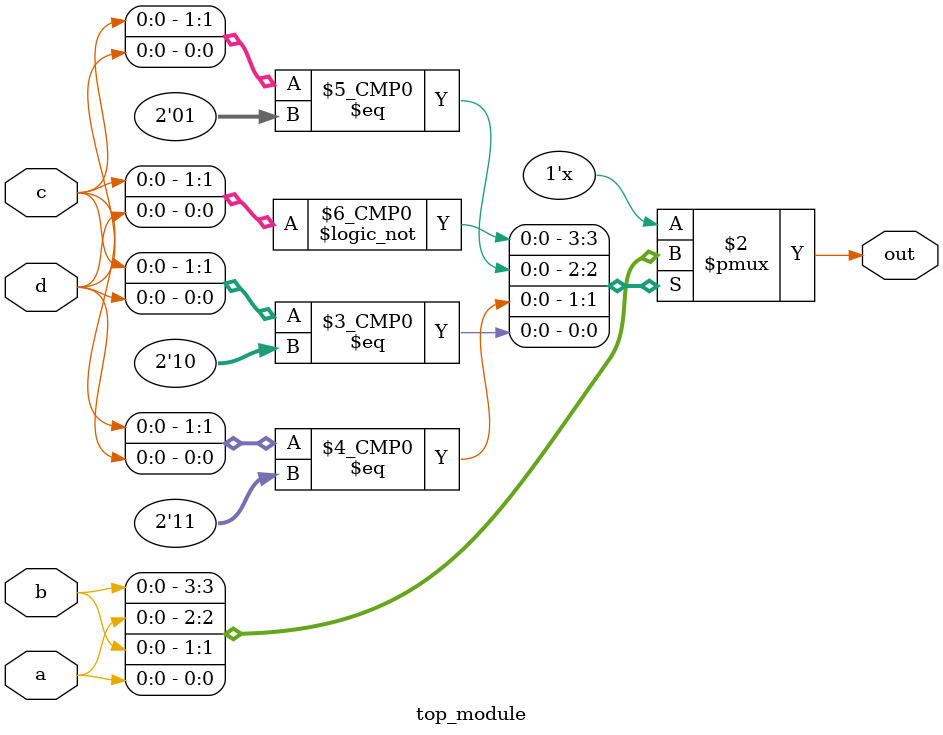
<source format=sv>
module top_module (
	input a, 
	input b,
	input c,
	input d,
	output reg out
);

always @(*) begin
	case ({c,d})
		2'b00: out = b;		// When c and d are 00, out = b
		2'b01: out = a;		// When c and d are 01, out = a
		2'b11: out = b;		// When c and d are 11, out = b
		2'b10: out = a;		// When c and d are 10, out = a
		default: out = 1'b0;  // Default value (shouldn't happen in this case)
	endcase
end

endmodule

</source>
